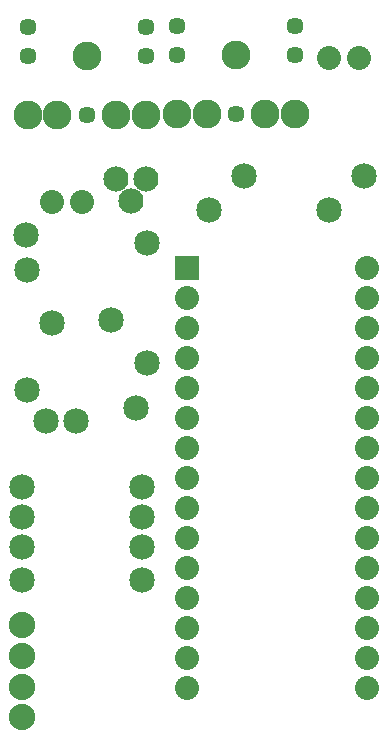
<source format=gts>
G04 MADE WITH FRITZING*
G04 WWW.FRITZING.ORG*
G04 DOUBLE SIDED*
G04 HOLES PLATED*
G04 CONTOUR ON CENTER OF CONTOUR VECTOR*
%ASAXBY*%
%FSLAX23Y23*%
%MOIN*%
%OFA0B0*%
%SFA1.0B1.0*%
%ADD10C,0.088000*%
%ADD11C,0.096000*%
%ADD12C,0.057244*%
%ADD13C,0.080000*%
%ADD14C,0.085000*%
%ADD15C,0.084000*%
%ADD16R,0.079972X0.080000*%
%ADD17C,0.030000*%
%LNMASK1*%
G90*
G70*
G54D10*
X66Y64D03*
X66Y369D03*
G54D11*
X281Y2266D03*
X379Y2069D03*
X478Y2069D03*
X182Y2069D03*
X84Y2069D03*
G54D12*
X478Y2266D03*
X478Y2365D03*
X84Y2365D03*
X84Y2266D03*
X281Y2069D03*
G54D11*
X281Y2266D03*
X379Y2069D03*
X478Y2069D03*
X182Y2069D03*
X84Y2069D03*
G54D12*
X478Y2266D03*
X478Y2365D03*
X84Y2365D03*
X84Y2266D03*
X281Y2069D03*
G54D11*
X778Y2270D03*
X876Y2073D03*
X975Y2073D03*
X680Y2073D03*
X581Y2073D03*
G54D12*
X975Y2270D03*
X975Y2368D03*
X581Y2368D03*
X581Y2270D03*
X778Y2073D03*
G54D11*
X778Y2270D03*
X876Y2073D03*
X975Y2073D03*
X680Y2073D03*
X581Y2073D03*
G54D12*
X975Y2270D03*
X975Y2368D03*
X581Y2368D03*
X581Y2270D03*
X778Y2073D03*
G54D13*
X613Y1562D03*
X613Y1462D03*
X613Y1362D03*
X613Y1262D03*
X613Y1162D03*
X613Y1062D03*
X613Y962D03*
X613Y862D03*
X613Y762D03*
X613Y662D03*
X613Y562D03*
X613Y462D03*
X613Y362D03*
X613Y262D03*
X613Y162D03*
X1213Y1562D03*
X1213Y1462D03*
X1213Y1362D03*
X1213Y1262D03*
X1213Y1162D03*
X1213Y1062D03*
X1213Y962D03*
X1213Y862D03*
X1213Y762D03*
X1213Y662D03*
X1213Y562D03*
X1213Y462D03*
X1213Y362D03*
X1213Y262D03*
X1213Y162D03*
G54D10*
X66Y266D03*
X66Y165D03*
G54D14*
X688Y1753D03*
X1088Y1753D03*
X806Y1867D03*
X1206Y1867D03*
G54D13*
X1087Y2260D03*
X1187Y2260D03*
G54D14*
X246Y1052D03*
X146Y1052D03*
G54D13*
X164Y1782D03*
X264Y1782D03*
G54D14*
X446Y1093D03*
X163Y1376D03*
X80Y1154D03*
X80Y1554D03*
X362Y1387D03*
X79Y1670D03*
X466Y522D03*
X66Y522D03*
X466Y631D03*
X66Y631D03*
X466Y732D03*
X66Y732D03*
X466Y831D03*
X66Y831D03*
G54D15*
X478Y1858D03*
X428Y1783D03*
X378Y1858D03*
X478Y1858D03*
X428Y1783D03*
X378Y1858D03*
G54D14*
X482Y1645D03*
X482Y1245D03*
G54D16*
X613Y1562D03*
G54D17*
G36*
X219Y1024D02*
X219Y1079D01*
X274Y1079D01*
X274Y1024D01*
X219Y1024D01*
G37*
D02*
G04 End of Mask1*
M02*
</source>
